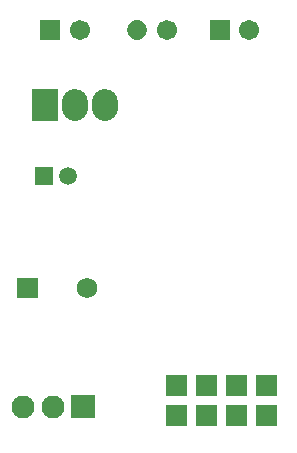
<source format=gts>
G04 Layer: TopSolderMaskLayer*
G04 EasyEDA v6.1.51, Thu, 20 Jun 2019 09:31:38 GMT*
G04 df1c83a976b947f6b6385059747db8e2,42ef34e960d344ed9089ed07ec49d284,10*
G04 Gerber Generator version 0.2*
G04 Scale: 100 percent, Rotated: No, Reflected: No *
G04 Dimensions in millimeters *
G04 leading zeros omitted , absolute positions ,3 integer and 3 decimal *
%FSLAX33Y33*%
%MOMM*%
G90*
G71D02*

%ADD34C,2.203196*%
%ADD35C,1.701800*%
%ADD36R,2.203196X2.703195*%
%ADD38C,1.703197*%
%ADD40C,1.727200*%
%ADD42C,1.503197*%
%ADD44R,1.701800X1.701800*%
%ADD45C,1.953260*%

%LPD*%
G54D34*
G01X11049Y31491D02*
G01X11049Y30991D01*
G01X8509Y31491D02*
G01X8509Y30991D01*
G54D35*
G01X13716Y37592D02*
G01X13716Y37592D01*
G54D36*
G01X5969Y31242D03*
G36*
G01X16187Y6606D02*
G01X16187Y8379D01*
G01X17960Y8379D01*
G01X17960Y6606D01*
G01X16187Y6606D01*
G37*
G36*
G01X16187Y4066D02*
G01X16187Y5839D01*
G01X17960Y5839D01*
G01X17960Y4066D01*
G01X16187Y4066D01*
G37*
G36*
G01X18727Y6606D02*
G01X18727Y8379D01*
G01X20500Y8379D01*
G01X20500Y6606D01*
G01X18727Y6606D01*
G37*
G36*
G01X18727Y4066D02*
G01X18727Y5839D01*
G01X20500Y5839D01*
G01X20500Y4066D01*
G01X18727Y4066D01*
G37*
G36*
G01X21267Y6606D02*
G01X21267Y8379D01*
G01X23040Y8379D01*
G01X23040Y6606D01*
G01X21267Y6606D01*
G37*
G36*
G01X21267Y4066D02*
G01X21267Y5839D01*
G01X23040Y5839D01*
G01X23040Y4066D01*
G01X21267Y4066D01*
G37*
G36*
G01X23807Y6606D02*
G01X23807Y8379D01*
G01X25580Y8379D01*
G01X25580Y6606D01*
G01X23807Y6606D01*
G37*
G36*
G01X23807Y4066D02*
G01X23807Y5839D01*
G01X25580Y5839D01*
G01X25580Y4066D01*
G01X23807Y4066D01*
G37*
G54D38*
G01X23225Y37592D03*
G36*
G01X19875Y36741D02*
G01X19875Y38442D01*
G01X21577Y38442D01*
G01X21577Y36741D01*
G01X19875Y36741D01*
G37*
G54D40*
G01X9525Y15748D03*
G36*
G01X3581Y14884D02*
G01X3581Y16611D01*
G01X5308Y16611D01*
G01X5308Y14884D01*
G01X3581Y14884D01*
G37*
G54D42*
G01X7857Y25273D03*
G36*
G01X5105Y24521D02*
G01X5105Y26024D01*
G01X6609Y26024D01*
G01X6609Y24521D01*
G01X5105Y24521D01*
G37*
G54D35*
G01X8890Y37592D03*
G54D44*
G01X6350Y37592D03*
G54D35*
G01X16256Y37592D03*
G54D45*
G01X6604Y5715D03*
G36*
G01X8168Y4737D02*
G01X8168Y6690D01*
G01X10121Y6690D01*
G01X10121Y4737D01*
G01X8168Y4737D01*
G37*
G01X4064Y5715D03*
M00*
M02*

</source>
